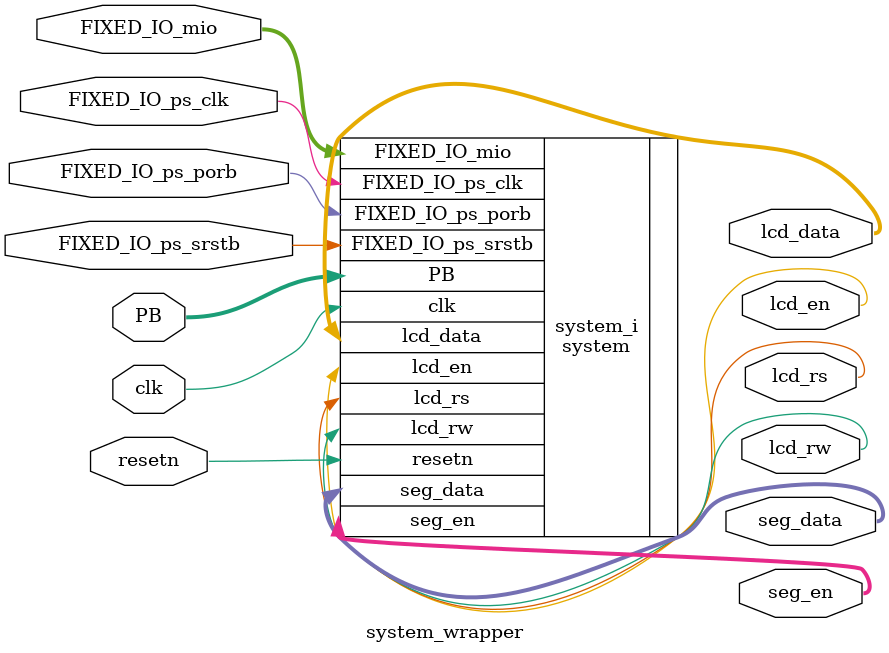
<source format=v>
`timescale 1 ps / 1 ps

module system_wrapper
   (FIXED_IO_mio,
    FIXED_IO_ps_clk,
    FIXED_IO_ps_porb,
    FIXED_IO_ps_srstb,
    PB,
    clk,
    lcd_data,
    lcd_en,
    lcd_rs,
    lcd_rw,
    resetn,
    seg_data,
    seg_en);
  inout [53:0]FIXED_IO_mio;
  inout FIXED_IO_ps_clk;
  inout FIXED_IO_ps_porb;
  inout FIXED_IO_ps_srstb;
  input [2:0]PB;
  input clk;
  output [7:0]lcd_data;
  output lcd_en;
  output lcd_rs;
  output lcd_rw;
  input resetn;
  output [7:0]seg_data;
  output [7:0]seg_en;

  wire [53:0]FIXED_IO_mio;
  wire FIXED_IO_ps_clk;
  wire FIXED_IO_ps_porb;
  wire FIXED_IO_ps_srstb;
  wire [2:0]PB;
  wire clk;
  wire [7:0]lcd_data;
  wire lcd_en;
  wire lcd_rs;
  wire lcd_rw;
  wire resetn;
  wire [7:0]seg_data;
  wire [7:0]seg_en;

system system_i
       (.FIXED_IO_mio(FIXED_IO_mio),
        .FIXED_IO_ps_clk(FIXED_IO_ps_clk),
        .FIXED_IO_ps_porb(FIXED_IO_ps_porb),
        .FIXED_IO_ps_srstb(FIXED_IO_ps_srstb),
        .PB(PB),
        .clk(clk),
        .lcd_data(lcd_data),
        .lcd_en(lcd_en),
        .lcd_rs(lcd_rs),
        .lcd_rw(lcd_rw),
        .resetn(resetn),
        .seg_data(seg_data),
        .seg_en(seg_en));
endmodule

</source>
